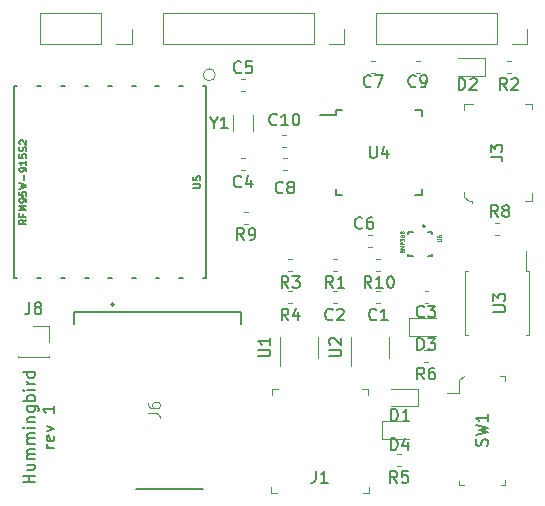
<source format=gbr>
%TF.GenerationSoftware,KiCad,Pcbnew,(6.0.0-rc1-dev-1248-ged6c68a1e)*%
%TF.CreationDate,2019-07-02T22:08:16-04:00*%
%TF.ProjectId,hummingbird,68756d6d-696e-4676-9269-72642e6b6963,rev?*%
%TF.SameCoordinates,Original*%
%TF.FileFunction,Legend,Top*%
%TF.FilePolarity,Positive*%
%FSLAX46Y46*%
G04 Gerber Fmt 4.6, Leading zero omitted, Abs format (unit mm)*
G04 Created by KiCad (PCBNEW (6.0.0-rc1-dev-1248-ged6c68a1e)) date 07/02/19 22:08:16*
%MOMM*%
%LPD*%
G01*
G04 APERTURE LIST*
%ADD10C,0.150000*%
%ADD11C,0.127000*%
%ADD12C,0.200000*%
%ADD13C,0.100000*%
%ADD14C,0.203200*%
%ADD15C,0.120000*%
%ADD16C,0.050000*%
G04 APERTURE END LIST*
D10*
X130377380Y-176916666D02*
X129377380Y-176916666D01*
X129853571Y-176916666D02*
X129853571Y-176345238D01*
X130377380Y-176345238D02*
X129377380Y-176345238D01*
X129710714Y-175440476D02*
X130377380Y-175440476D01*
X129710714Y-175869047D02*
X130234523Y-175869047D01*
X130329761Y-175821428D01*
X130377380Y-175726190D01*
X130377380Y-175583333D01*
X130329761Y-175488095D01*
X130282142Y-175440476D01*
X130377380Y-174964285D02*
X129710714Y-174964285D01*
X129805952Y-174964285D02*
X129758333Y-174916666D01*
X129710714Y-174821428D01*
X129710714Y-174678571D01*
X129758333Y-174583333D01*
X129853571Y-174535714D01*
X130377380Y-174535714D01*
X129853571Y-174535714D02*
X129758333Y-174488095D01*
X129710714Y-174392857D01*
X129710714Y-174250000D01*
X129758333Y-174154761D01*
X129853571Y-174107142D01*
X130377380Y-174107142D01*
X130377380Y-173630952D02*
X129710714Y-173630952D01*
X129805952Y-173630952D02*
X129758333Y-173583333D01*
X129710714Y-173488095D01*
X129710714Y-173345238D01*
X129758333Y-173250000D01*
X129853571Y-173202380D01*
X130377380Y-173202380D01*
X129853571Y-173202380D02*
X129758333Y-173154761D01*
X129710714Y-173059523D01*
X129710714Y-172916666D01*
X129758333Y-172821428D01*
X129853571Y-172773809D01*
X130377380Y-172773809D01*
X130377380Y-172297619D02*
X129710714Y-172297619D01*
X129377380Y-172297619D02*
X129425000Y-172345238D01*
X129472619Y-172297619D01*
X129425000Y-172250000D01*
X129377380Y-172297619D01*
X129472619Y-172297619D01*
X129710714Y-171821428D02*
X130377380Y-171821428D01*
X129805952Y-171821428D02*
X129758333Y-171773809D01*
X129710714Y-171678571D01*
X129710714Y-171535714D01*
X129758333Y-171440476D01*
X129853571Y-171392857D01*
X130377380Y-171392857D01*
X129710714Y-170488095D02*
X130520238Y-170488095D01*
X130615476Y-170535714D01*
X130663095Y-170583333D01*
X130710714Y-170678571D01*
X130710714Y-170821428D01*
X130663095Y-170916666D01*
X130329761Y-170488095D02*
X130377380Y-170583333D01*
X130377380Y-170773809D01*
X130329761Y-170869047D01*
X130282142Y-170916666D01*
X130186904Y-170964285D01*
X129901190Y-170964285D01*
X129805952Y-170916666D01*
X129758333Y-170869047D01*
X129710714Y-170773809D01*
X129710714Y-170583333D01*
X129758333Y-170488095D01*
X130377380Y-170011904D02*
X129377380Y-170011904D01*
X129758333Y-170011904D02*
X129710714Y-169916666D01*
X129710714Y-169726190D01*
X129758333Y-169630952D01*
X129805952Y-169583333D01*
X129901190Y-169535714D01*
X130186904Y-169535714D01*
X130282142Y-169583333D01*
X130329761Y-169630952D01*
X130377380Y-169726190D01*
X130377380Y-169916666D01*
X130329761Y-170011904D01*
X130377380Y-169107142D02*
X129710714Y-169107142D01*
X129377380Y-169107142D02*
X129425000Y-169154761D01*
X129472619Y-169107142D01*
X129425000Y-169059523D01*
X129377380Y-169107142D01*
X129472619Y-169107142D01*
X130377380Y-168630952D02*
X129710714Y-168630952D01*
X129901190Y-168630952D02*
X129805952Y-168583333D01*
X129758333Y-168535714D01*
X129710714Y-168440476D01*
X129710714Y-168345238D01*
X130377380Y-167583333D02*
X129377380Y-167583333D01*
X130329761Y-167583333D02*
X130377380Y-167678571D01*
X130377380Y-167869047D01*
X130329761Y-167964285D01*
X130282142Y-168011904D01*
X130186904Y-168059523D01*
X129901190Y-168059523D01*
X129805952Y-168011904D01*
X129758333Y-167964285D01*
X129710714Y-167869047D01*
X129710714Y-167678571D01*
X129758333Y-167583333D01*
X132027380Y-173988095D02*
X131360714Y-173988095D01*
X131551190Y-173988095D02*
X131455952Y-173940476D01*
X131408333Y-173892857D01*
X131360714Y-173797619D01*
X131360714Y-173702380D01*
X131979761Y-172988095D02*
X132027380Y-173083333D01*
X132027380Y-173273809D01*
X131979761Y-173369047D01*
X131884523Y-173416666D01*
X131503571Y-173416666D01*
X131408333Y-173369047D01*
X131360714Y-173273809D01*
X131360714Y-173083333D01*
X131408333Y-172988095D01*
X131503571Y-172940476D01*
X131598809Y-172940476D01*
X131694047Y-173416666D01*
X131360714Y-172607142D02*
X132027380Y-172369047D01*
X131360714Y-172130952D01*
X132027380Y-170464285D02*
X132027380Y-171035714D01*
X132027380Y-170750000D02*
X131027380Y-170750000D01*
X131170238Y-170845238D01*
X131265476Y-170940476D01*
X131313095Y-171035714D01*
D11*
X133680000Y-163470000D02*
X133680000Y-162525000D01*
X133680000Y-162525000D02*
X147820000Y-162525000D01*
X147820000Y-162525000D02*
X147820000Y-163470000D01*
X138950000Y-177475000D02*
X144650000Y-177475000D01*
D12*
X137040000Y-161860000D02*
G75*
G03X137040000Y-161860000I-100000J0D01*
G01*
D13*
X145647620Y-142411880D02*
G75*
G03X145647620Y-142411880I-508000J0D01*
G01*
D14*
X142922200Y-159625460D02*
X142592000Y-159625460D01*
X140923220Y-159625460D02*
X140593020Y-159625460D01*
X138921700Y-159625460D02*
X138591500Y-159625460D01*
X136922720Y-159625460D02*
X136595060Y-159625460D01*
X134926280Y-159625460D02*
X134596080Y-159625460D01*
X132924760Y-159625460D02*
X132594560Y-159625460D01*
X130925780Y-159625460D02*
X130595580Y-159625460D01*
X130577800Y-143374540D02*
X130908000Y-143374540D01*
X132576780Y-143374540D02*
X132906980Y-143374540D01*
X134578300Y-143374540D02*
X134908500Y-143374540D01*
X136577280Y-143374540D02*
X136904940Y-143374540D01*
X138573720Y-143374540D02*
X138903920Y-143374540D01*
X140575240Y-143374540D02*
X140905440Y-143374540D01*
X144608760Y-143374540D02*
X144875460Y-143374540D01*
X144875460Y-159625460D02*
X144608760Y-159625460D01*
X142574220Y-143374540D02*
X142904420Y-143374540D01*
X128891240Y-159625460D02*
X128624540Y-159625460D01*
X128624540Y-143374540D02*
X128891240Y-143374540D01*
X128624540Y-159625460D02*
X128624540Y-143374540D01*
X144875460Y-143374540D02*
X144875460Y-159625460D01*
D15*
X159299721Y-161760000D02*
X159625279Y-161760000D01*
X159299721Y-160740000D02*
X159625279Y-160740000D01*
X155624721Y-160740000D02*
X155950279Y-160740000D01*
X155624721Y-161760000D02*
X155950279Y-161760000D01*
X163700279Y-160740000D02*
X163374721Y-160740000D01*
X163700279Y-161760000D02*
X163374721Y-161760000D01*
X147837221Y-149490000D02*
X148162779Y-149490000D01*
X147837221Y-150510000D02*
X148162779Y-150510000D01*
X147837221Y-143760000D02*
X148162779Y-143760000D01*
X147837221Y-142740000D02*
X148162779Y-142740000D01*
X158912779Y-157010000D02*
X158587221Y-157010000D01*
X158912779Y-155990000D02*
X158587221Y-155990000D01*
X158837221Y-142260000D02*
X159162779Y-142260000D01*
X158837221Y-141240000D02*
X159162779Y-141240000D01*
X151374721Y-149490000D02*
X151700279Y-149490000D01*
X151374721Y-150510000D02*
X151700279Y-150510000D01*
X162950279Y-141240000D02*
X162624721Y-141240000D01*
X162950279Y-142260000D02*
X162624721Y-142260000D01*
X151662779Y-148510000D02*
X151337221Y-148510000D01*
X151662779Y-147490000D02*
X151337221Y-147490000D01*
X160487500Y-170485000D02*
X162772500Y-170485000D01*
X162772500Y-170485000D02*
X162772500Y-169015000D01*
X162772500Y-169015000D02*
X160487500Y-169015000D01*
X166200000Y-142485000D02*
X168485000Y-142485000D01*
X168485000Y-142485000D02*
X168485000Y-141015000D01*
X168485000Y-141015000D02*
X166200000Y-141015000D01*
X162015000Y-164485000D02*
X164300000Y-164485000D01*
X162015000Y-163015000D02*
X162015000Y-164485000D01*
X164300000Y-163015000D02*
X162015000Y-163015000D01*
X162050000Y-171765000D02*
X159765000Y-171765000D01*
X159765000Y-171765000D02*
X159765000Y-173235000D01*
X159765000Y-173235000D02*
X162050000Y-173235000D01*
D13*
X158550000Y-169050000D02*
X158550000Y-169550000D01*
X158550000Y-169050000D02*
X158050000Y-169050000D01*
X150450000Y-169050000D02*
X150450000Y-169550000D01*
X150450000Y-169050000D02*
X150950000Y-169050000D01*
X150350000Y-177850000D02*
X150350000Y-177350000D01*
X150350000Y-177850000D02*
X150850000Y-177850000D01*
X158650000Y-177850000D02*
X158150000Y-177850000D01*
X158650000Y-177850000D02*
X158650000Y-177350000D01*
D15*
X135980000Y-137170000D02*
X135980000Y-139830000D01*
X135980000Y-137170000D02*
X130840000Y-137170000D01*
X130840000Y-137170000D02*
X130840000Y-139830000D01*
X135980000Y-139830000D02*
X130840000Y-139830000D01*
X138580000Y-139830000D02*
X137250000Y-139830000D01*
X138580000Y-138500000D02*
X138580000Y-139830000D01*
D13*
X171900000Y-153100000D02*
X172450000Y-153100000D01*
X172450000Y-153100000D02*
X172450000Y-152450000D01*
X171850000Y-144900000D02*
X172450000Y-144900000D01*
X172450000Y-144900000D02*
X172450000Y-145300000D01*
X166750000Y-145400000D02*
X166750000Y-144900000D01*
X166750000Y-144900000D02*
X167450000Y-144900000D01*
X166750000Y-152350000D02*
X166750000Y-152800000D01*
X166750000Y-152800000D02*
X167100000Y-153100000D01*
X167100000Y-153100000D02*
X167400000Y-153100000D01*
X167400000Y-153100000D02*
X167400000Y-153250000D01*
D15*
X153980000Y-137170000D02*
X153980000Y-139830000D01*
X153980000Y-137170000D02*
X141220000Y-137170000D01*
X141220000Y-137170000D02*
X141220000Y-139830000D01*
X153980000Y-139830000D02*
X141220000Y-139830000D01*
X156580000Y-139830000D02*
X155250000Y-139830000D01*
X156580000Y-138500000D02*
X156580000Y-139830000D01*
X169480000Y-137170000D02*
X169480000Y-139830000D01*
X169480000Y-137170000D02*
X159260000Y-137170000D01*
X159260000Y-137170000D02*
X159260000Y-139830000D01*
X169480000Y-139830000D02*
X159260000Y-139830000D01*
X172080000Y-139830000D02*
X170750000Y-139830000D01*
X172080000Y-138500000D02*
X172080000Y-139830000D01*
X128920000Y-166330000D02*
X131580000Y-166330000D01*
X128920000Y-166210000D02*
X128920000Y-166330000D01*
X131580000Y-166210000D02*
X131580000Y-166330000D01*
X131580000Y-163670000D02*
X131580000Y-165000000D01*
X130250000Y-163670000D02*
X131580000Y-163670000D01*
X155624721Y-157990000D02*
X155950279Y-157990000D01*
X155624721Y-159010000D02*
X155950279Y-159010000D01*
X170337221Y-142260000D02*
X170662779Y-142260000D01*
X170337221Y-141240000D02*
X170662779Y-141240000D01*
X151837221Y-159035001D02*
X152162779Y-159035001D01*
X151837221Y-158015001D02*
X152162779Y-158015001D01*
X151799721Y-161760000D02*
X152125279Y-161760000D01*
X151799721Y-160740000D02*
X152125279Y-160740000D01*
X161049721Y-174490000D02*
X161375279Y-174490000D01*
X161049721Y-175510000D02*
X161375279Y-175510000D01*
X163337221Y-165740000D02*
X163662779Y-165740000D01*
X163337221Y-166760000D02*
X163662779Y-166760000D01*
X169700279Y-156010000D02*
X169374721Y-156010000D01*
X169700279Y-154990000D02*
X169374721Y-154990000D01*
X148412779Y-155010000D02*
X148087221Y-155010000D01*
X148412779Y-153990000D02*
X148087221Y-153990000D01*
X159625279Y-157990000D02*
X159299721Y-157990000D01*
X159625279Y-159010000D02*
X159299721Y-159010000D01*
D13*
X170175000Y-177125000D02*
X169800000Y-177125000D01*
X170175000Y-176725000D02*
X170175000Y-177125000D01*
X166325000Y-177125000D02*
X166325000Y-176775000D01*
X166700000Y-177125000D02*
X166325000Y-177125000D01*
X170175000Y-167875000D02*
X169775000Y-167875000D01*
X170175000Y-168350000D02*
X170175000Y-167875000D01*
X166325000Y-169325000D02*
X165275000Y-169325000D01*
X166325000Y-168225000D02*
X166325000Y-169325000D01*
X166700000Y-167875000D02*
X166325000Y-168225000D01*
D15*
X151140000Y-164600000D02*
X151140000Y-167050000D01*
X154360000Y-166400000D02*
X154360000Y-164600000D01*
X160360000Y-166400000D02*
X160360000Y-164600000D01*
X157140000Y-164600000D02*
X157140000Y-167050000D01*
X166775000Y-161750000D02*
X166775000Y-164475000D01*
X166775000Y-164475000D02*
X167035000Y-164475000D01*
X166775000Y-161750000D02*
X166775000Y-159025000D01*
X166775000Y-159025000D02*
X167035000Y-159025000D01*
X172225000Y-161750000D02*
X172225000Y-164475000D01*
X172225000Y-164475000D02*
X171965000Y-164475000D01*
X172225000Y-161750000D02*
X172225000Y-159025000D01*
X172225000Y-159025000D02*
X171965000Y-159025000D01*
X171965000Y-159025000D02*
X171965000Y-157350000D01*
D10*
X155875000Y-145375000D02*
X155875000Y-145800000D01*
X163125000Y-145375000D02*
X163125000Y-145900000D01*
X163125000Y-152625000D02*
X163125000Y-152100000D01*
X155875000Y-152625000D02*
X155875000Y-152100000D01*
X155875000Y-145375000D02*
X156400000Y-145375000D01*
X155875000Y-152625000D02*
X156400000Y-152625000D01*
X163125000Y-152625000D02*
X162600000Y-152625000D01*
X163125000Y-145375000D02*
X162600000Y-145375000D01*
X155875000Y-145800000D02*
X154500000Y-145800000D01*
D11*
X161970000Y-155900000D02*
X161970000Y-155720000D01*
X161970000Y-155720000D02*
X162370000Y-155720000D01*
X163630000Y-155720000D02*
X164030000Y-155720000D01*
X164030000Y-155720000D02*
X164030000Y-155900000D01*
X164030000Y-157600000D02*
X164030000Y-157780000D01*
X164030000Y-157780000D02*
X163630000Y-157780000D01*
X161970000Y-157600000D02*
X161970000Y-157780000D01*
X161970000Y-157780000D02*
X162370000Y-157780000D01*
D12*
X163400000Y-155250000D02*
G75*
G03X163400000Y-155250000I-100000J0D01*
G01*
D15*
X147125000Y-145825000D02*
X147125000Y-147175000D01*
X148875000Y-145825000D02*
X148875000Y-147175000D01*
D16*
X139951493Y-171083873D02*
X140666936Y-171083873D01*
X140810025Y-171131569D01*
X140905417Y-171226961D01*
X140953113Y-171370050D01*
X140953113Y-171465442D01*
X139951493Y-170177645D02*
X139951493Y-170368430D01*
X139999190Y-170463822D01*
X140046886Y-170511519D01*
X140189974Y-170606911D01*
X140380759Y-170654607D01*
X140762329Y-170654607D01*
X140857721Y-170606911D01*
X140905417Y-170559215D01*
X140953113Y-170463822D01*
X140953113Y-170273038D01*
X140905417Y-170177645D01*
X140857721Y-170129949D01*
X140762329Y-170082253D01*
X140523848Y-170082253D01*
X140428455Y-170129949D01*
X140380759Y-170177645D01*
X140333063Y-170273038D01*
X140333063Y-170463822D01*
X140380759Y-170559215D01*
X140428455Y-170606911D01*
X140523848Y-170654607D01*
D11*
X143782171Y-151964457D02*
X144275657Y-151964457D01*
X144333714Y-151935428D01*
X144362742Y-151906400D01*
X144391771Y-151848342D01*
X144391771Y-151732228D01*
X144362742Y-151674171D01*
X144333714Y-151645142D01*
X144275657Y-151616114D01*
X143782171Y-151616114D01*
X143782171Y-151035542D02*
X143782171Y-151325828D01*
X144072457Y-151354857D01*
X144043428Y-151325828D01*
X144014400Y-151267771D01*
X144014400Y-151122628D01*
X144043428Y-151064571D01*
X144072457Y-151035542D01*
X144130514Y-151006514D01*
X144275657Y-151006514D01*
X144333714Y-151035542D01*
X144362742Y-151064571D01*
X144391771Y-151122628D01*
X144391771Y-151267771D01*
X144362742Y-151325828D01*
X144333714Y-151354857D01*
X129659771Y-154678628D02*
X129369485Y-154881828D01*
X129659771Y-155026971D02*
X129050171Y-155026971D01*
X129050171Y-154794742D01*
X129079200Y-154736685D01*
X129108228Y-154707657D01*
X129166285Y-154678628D01*
X129253371Y-154678628D01*
X129311428Y-154707657D01*
X129340457Y-154736685D01*
X129369485Y-154794742D01*
X129369485Y-155026971D01*
X129340457Y-154214171D02*
X129340457Y-154417371D01*
X129659771Y-154417371D02*
X129050171Y-154417371D01*
X129050171Y-154127085D01*
X129659771Y-153894857D02*
X129050171Y-153894857D01*
X129485600Y-153691657D01*
X129050171Y-153488457D01*
X129659771Y-153488457D01*
X129659771Y-153169142D02*
X129659771Y-153053028D01*
X129630742Y-152994971D01*
X129601714Y-152965942D01*
X129514628Y-152907885D01*
X129398514Y-152878857D01*
X129166285Y-152878857D01*
X129108228Y-152907885D01*
X129079200Y-152936914D01*
X129050171Y-152994971D01*
X129050171Y-153111085D01*
X129079200Y-153169142D01*
X129108228Y-153198171D01*
X129166285Y-153227200D01*
X129311428Y-153227200D01*
X129369485Y-153198171D01*
X129398514Y-153169142D01*
X129427542Y-153111085D01*
X129427542Y-152994971D01*
X129398514Y-152936914D01*
X129369485Y-152907885D01*
X129311428Y-152878857D01*
X129050171Y-152327314D02*
X129050171Y-152617600D01*
X129340457Y-152646628D01*
X129311428Y-152617600D01*
X129282400Y-152559542D01*
X129282400Y-152414400D01*
X129311428Y-152356342D01*
X129340457Y-152327314D01*
X129398514Y-152298285D01*
X129543657Y-152298285D01*
X129601714Y-152327314D01*
X129630742Y-152356342D01*
X129659771Y-152414400D01*
X129659771Y-152559542D01*
X129630742Y-152617600D01*
X129601714Y-152646628D01*
X129050171Y-152095085D02*
X129659771Y-151949942D01*
X129224342Y-151833828D01*
X129659771Y-151717714D01*
X129050171Y-151572571D01*
X129427542Y-151340342D02*
X129427542Y-150875885D01*
X129659771Y-150556571D02*
X129659771Y-150440457D01*
X129630742Y-150382400D01*
X129601714Y-150353371D01*
X129514628Y-150295314D01*
X129398514Y-150266285D01*
X129166285Y-150266285D01*
X129108228Y-150295314D01*
X129079200Y-150324342D01*
X129050171Y-150382400D01*
X129050171Y-150498514D01*
X129079200Y-150556571D01*
X129108228Y-150585600D01*
X129166285Y-150614628D01*
X129311428Y-150614628D01*
X129369485Y-150585600D01*
X129398514Y-150556571D01*
X129427542Y-150498514D01*
X129427542Y-150382400D01*
X129398514Y-150324342D01*
X129369485Y-150295314D01*
X129311428Y-150266285D01*
X129659771Y-149685714D02*
X129659771Y-150034057D01*
X129659771Y-149859885D02*
X129050171Y-149859885D01*
X129137257Y-149917942D01*
X129195314Y-149976000D01*
X129224342Y-150034057D01*
X129050171Y-149134171D02*
X129050171Y-149424457D01*
X129340457Y-149453485D01*
X129311428Y-149424457D01*
X129282400Y-149366400D01*
X129282400Y-149221257D01*
X129311428Y-149163200D01*
X129340457Y-149134171D01*
X129398514Y-149105142D01*
X129543657Y-149105142D01*
X129601714Y-149134171D01*
X129630742Y-149163200D01*
X129659771Y-149221257D01*
X129659771Y-149366400D01*
X129630742Y-149424457D01*
X129601714Y-149453485D01*
X129630742Y-148872914D02*
X129659771Y-148785828D01*
X129659771Y-148640685D01*
X129630742Y-148582628D01*
X129601714Y-148553600D01*
X129543657Y-148524571D01*
X129485600Y-148524571D01*
X129427542Y-148553600D01*
X129398514Y-148582628D01*
X129369485Y-148640685D01*
X129340457Y-148756800D01*
X129311428Y-148814857D01*
X129282400Y-148843885D01*
X129224342Y-148872914D01*
X129166285Y-148872914D01*
X129108228Y-148843885D01*
X129079200Y-148814857D01*
X129050171Y-148756800D01*
X129050171Y-148611657D01*
X129079200Y-148524571D01*
X129108228Y-148292342D02*
X129079200Y-148263314D01*
X129050171Y-148205257D01*
X129050171Y-148060114D01*
X129079200Y-148002057D01*
X129108228Y-147973028D01*
X129166285Y-147944000D01*
X129224342Y-147944000D01*
X129311428Y-147973028D01*
X129659771Y-148321371D01*
X129659771Y-147944000D01*
D10*
X159295833Y-163107142D02*
X159248214Y-163154761D01*
X159105357Y-163202380D01*
X159010119Y-163202380D01*
X158867261Y-163154761D01*
X158772023Y-163059523D01*
X158724404Y-162964285D01*
X158676785Y-162773809D01*
X158676785Y-162630952D01*
X158724404Y-162440476D01*
X158772023Y-162345238D01*
X158867261Y-162250000D01*
X159010119Y-162202380D01*
X159105357Y-162202380D01*
X159248214Y-162250000D01*
X159295833Y-162297619D01*
X160248214Y-163202380D02*
X159676785Y-163202380D01*
X159962500Y-163202380D02*
X159962500Y-162202380D01*
X159867261Y-162345238D01*
X159772023Y-162440476D01*
X159676785Y-162488095D01*
X155583333Y-163107142D02*
X155535714Y-163154761D01*
X155392857Y-163202380D01*
X155297619Y-163202380D01*
X155154761Y-163154761D01*
X155059523Y-163059523D01*
X155011904Y-162964285D01*
X154964285Y-162773809D01*
X154964285Y-162630952D01*
X155011904Y-162440476D01*
X155059523Y-162345238D01*
X155154761Y-162250000D01*
X155297619Y-162202380D01*
X155392857Y-162202380D01*
X155535714Y-162250000D01*
X155583333Y-162297619D01*
X155964285Y-162297619D02*
X156011904Y-162250000D01*
X156107142Y-162202380D01*
X156345238Y-162202380D01*
X156440476Y-162250000D01*
X156488095Y-162297619D01*
X156535714Y-162392857D01*
X156535714Y-162488095D01*
X156488095Y-162630952D01*
X155916666Y-163202380D01*
X156535714Y-163202380D01*
X163333333Y-162857142D02*
X163285714Y-162904761D01*
X163142857Y-162952380D01*
X163047619Y-162952380D01*
X162904761Y-162904761D01*
X162809523Y-162809523D01*
X162761904Y-162714285D01*
X162714285Y-162523809D01*
X162714285Y-162380952D01*
X162761904Y-162190476D01*
X162809523Y-162095238D01*
X162904761Y-162000000D01*
X163047619Y-161952380D01*
X163142857Y-161952380D01*
X163285714Y-162000000D01*
X163333333Y-162047619D01*
X163666666Y-161952380D02*
X164285714Y-161952380D01*
X163952380Y-162333333D01*
X164095238Y-162333333D01*
X164190476Y-162380952D01*
X164238095Y-162428571D01*
X164285714Y-162523809D01*
X164285714Y-162761904D01*
X164238095Y-162857142D01*
X164190476Y-162904761D01*
X164095238Y-162952380D01*
X163809523Y-162952380D01*
X163714285Y-162904761D01*
X163666666Y-162857142D01*
X147833333Y-151857142D02*
X147785714Y-151904761D01*
X147642857Y-151952380D01*
X147547619Y-151952380D01*
X147404761Y-151904761D01*
X147309523Y-151809523D01*
X147261904Y-151714285D01*
X147214285Y-151523809D01*
X147214285Y-151380952D01*
X147261904Y-151190476D01*
X147309523Y-151095238D01*
X147404761Y-151000000D01*
X147547619Y-150952380D01*
X147642857Y-150952380D01*
X147785714Y-151000000D01*
X147833333Y-151047619D01*
X148690476Y-151285714D02*
X148690476Y-151952380D01*
X148452380Y-150904761D02*
X148214285Y-151619047D01*
X148833333Y-151619047D01*
X147833333Y-142177142D02*
X147785714Y-142224761D01*
X147642857Y-142272380D01*
X147547619Y-142272380D01*
X147404761Y-142224761D01*
X147309523Y-142129523D01*
X147261904Y-142034285D01*
X147214285Y-141843809D01*
X147214285Y-141700952D01*
X147261904Y-141510476D01*
X147309523Y-141415238D01*
X147404761Y-141320000D01*
X147547619Y-141272380D01*
X147642857Y-141272380D01*
X147785714Y-141320000D01*
X147833333Y-141367619D01*
X148738095Y-141272380D02*
X148261904Y-141272380D01*
X148214285Y-141748571D01*
X148261904Y-141700952D01*
X148357142Y-141653333D01*
X148595238Y-141653333D01*
X148690476Y-141700952D01*
X148738095Y-141748571D01*
X148785714Y-141843809D01*
X148785714Y-142081904D01*
X148738095Y-142177142D01*
X148690476Y-142224761D01*
X148595238Y-142272380D01*
X148357142Y-142272380D01*
X148261904Y-142224761D01*
X148214285Y-142177142D01*
X158083333Y-155357142D02*
X158035714Y-155404761D01*
X157892857Y-155452380D01*
X157797619Y-155452380D01*
X157654761Y-155404761D01*
X157559523Y-155309523D01*
X157511904Y-155214285D01*
X157464285Y-155023809D01*
X157464285Y-154880952D01*
X157511904Y-154690476D01*
X157559523Y-154595238D01*
X157654761Y-154500000D01*
X157797619Y-154452380D01*
X157892857Y-154452380D01*
X158035714Y-154500000D01*
X158083333Y-154547619D01*
X158940476Y-154452380D02*
X158750000Y-154452380D01*
X158654761Y-154500000D01*
X158607142Y-154547619D01*
X158511904Y-154690476D01*
X158464285Y-154880952D01*
X158464285Y-155261904D01*
X158511904Y-155357142D01*
X158559523Y-155404761D01*
X158654761Y-155452380D01*
X158845238Y-155452380D01*
X158940476Y-155404761D01*
X158988095Y-155357142D01*
X159035714Y-155261904D01*
X159035714Y-155023809D01*
X158988095Y-154928571D01*
X158940476Y-154880952D01*
X158845238Y-154833333D01*
X158654761Y-154833333D01*
X158559523Y-154880952D01*
X158511904Y-154928571D01*
X158464285Y-155023809D01*
X158833333Y-143357142D02*
X158785714Y-143404761D01*
X158642857Y-143452380D01*
X158547619Y-143452380D01*
X158404761Y-143404761D01*
X158309523Y-143309523D01*
X158261904Y-143214285D01*
X158214285Y-143023809D01*
X158214285Y-142880952D01*
X158261904Y-142690476D01*
X158309523Y-142595238D01*
X158404761Y-142500000D01*
X158547619Y-142452380D01*
X158642857Y-142452380D01*
X158785714Y-142500000D01*
X158833333Y-142547619D01*
X159166666Y-142452380D02*
X159833333Y-142452380D01*
X159404761Y-143452380D01*
X151370833Y-152357142D02*
X151323214Y-152404761D01*
X151180357Y-152452380D01*
X151085119Y-152452380D01*
X150942261Y-152404761D01*
X150847023Y-152309523D01*
X150799404Y-152214285D01*
X150751785Y-152023809D01*
X150751785Y-151880952D01*
X150799404Y-151690476D01*
X150847023Y-151595238D01*
X150942261Y-151500000D01*
X151085119Y-151452380D01*
X151180357Y-151452380D01*
X151323214Y-151500000D01*
X151370833Y-151547619D01*
X151942261Y-151880952D02*
X151847023Y-151833333D01*
X151799404Y-151785714D01*
X151751785Y-151690476D01*
X151751785Y-151642857D01*
X151799404Y-151547619D01*
X151847023Y-151500000D01*
X151942261Y-151452380D01*
X152132738Y-151452380D01*
X152227976Y-151500000D01*
X152275595Y-151547619D01*
X152323214Y-151642857D01*
X152323214Y-151690476D01*
X152275595Y-151785714D01*
X152227976Y-151833333D01*
X152132738Y-151880952D01*
X151942261Y-151880952D01*
X151847023Y-151928571D01*
X151799404Y-151976190D01*
X151751785Y-152071428D01*
X151751785Y-152261904D01*
X151799404Y-152357142D01*
X151847023Y-152404761D01*
X151942261Y-152452380D01*
X152132738Y-152452380D01*
X152227976Y-152404761D01*
X152275595Y-152357142D01*
X152323214Y-152261904D01*
X152323214Y-152071428D01*
X152275595Y-151976190D01*
X152227976Y-151928571D01*
X152132738Y-151880952D01*
X162620833Y-143357142D02*
X162573214Y-143404761D01*
X162430357Y-143452380D01*
X162335119Y-143452380D01*
X162192261Y-143404761D01*
X162097023Y-143309523D01*
X162049404Y-143214285D01*
X162001785Y-143023809D01*
X162001785Y-142880952D01*
X162049404Y-142690476D01*
X162097023Y-142595238D01*
X162192261Y-142500000D01*
X162335119Y-142452380D01*
X162430357Y-142452380D01*
X162573214Y-142500000D01*
X162620833Y-142547619D01*
X163097023Y-143452380D02*
X163287500Y-143452380D01*
X163382738Y-143404761D01*
X163430357Y-143357142D01*
X163525595Y-143214285D01*
X163573214Y-143023809D01*
X163573214Y-142642857D01*
X163525595Y-142547619D01*
X163477976Y-142500000D01*
X163382738Y-142452380D01*
X163192261Y-142452380D01*
X163097023Y-142500000D01*
X163049404Y-142547619D01*
X163001785Y-142642857D01*
X163001785Y-142880952D01*
X163049404Y-142976190D01*
X163097023Y-143023809D01*
X163192261Y-143071428D01*
X163382738Y-143071428D01*
X163477976Y-143023809D01*
X163525595Y-142976190D01*
X163573214Y-142880952D01*
X150857142Y-146607142D02*
X150809523Y-146654761D01*
X150666666Y-146702380D01*
X150571428Y-146702380D01*
X150428571Y-146654761D01*
X150333333Y-146559523D01*
X150285714Y-146464285D01*
X150238095Y-146273809D01*
X150238095Y-146130952D01*
X150285714Y-145940476D01*
X150333333Y-145845238D01*
X150428571Y-145750000D01*
X150571428Y-145702380D01*
X150666666Y-145702380D01*
X150809523Y-145750000D01*
X150857142Y-145797619D01*
X151809523Y-146702380D02*
X151238095Y-146702380D01*
X151523809Y-146702380D02*
X151523809Y-145702380D01*
X151428571Y-145845238D01*
X151333333Y-145940476D01*
X151238095Y-145988095D01*
X152428571Y-145702380D02*
X152523809Y-145702380D01*
X152619047Y-145750000D01*
X152666666Y-145797619D01*
X152714285Y-145892857D01*
X152761904Y-146083333D01*
X152761904Y-146321428D01*
X152714285Y-146511904D01*
X152666666Y-146607142D01*
X152619047Y-146654761D01*
X152523809Y-146702380D01*
X152428571Y-146702380D01*
X152333333Y-146654761D01*
X152285714Y-146607142D01*
X152238095Y-146511904D01*
X152190476Y-146321428D01*
X152190476Y-146083333D01*
X152238095Y-145892857D01*
X152285714Y-145797619D01*
X152333333Y-145750000D01*
X152428571Y-145702380D01*
X160549404Y-171702380D02*
X160549404Y-170702380D01*
X160787500Y-170702380D01*
X160930357Y-170750000D01*
X161025595Y-170845238D01*
X161073214Y-170940476D01*
X161120833Y-171130952D01*
X161120833Y-171273809D01*
X161073214Y-171464285D01*
X161025595Y-171559523D01*
X160930357Y-171654761D01*
X160787500Y-171702380D01*
X160549404Y-171702380D01*
X162073214Y-171702380D02*
X161501785Y-171702380D01*
X161787500Y-171702380D02*
X161787500Y-170702380D01*
X161692261Y-170845238D01*
X161597023Y-170940476D01*
X161501785Y-170988095D01*
X166261904Y-143702380D02*
X166261904Y-142702380D01*
X166500000Y-142702380D01*
X166642857Y-142750000D01*
X166738095Y-142845238D01*
X166785714Y-142940476D01*
X166833333Y-143130952D01*
X166833333Y-143273809D01*
X166785714Y-143464285D01*
X166738095Y-143559523D01*
X166642857Y-143654761D01*
X166500000Y-143702380D01*
X166261904Y-143702380D01*
X167214285Y-142797619D02*
X167261904Y-142750000D01*
X167357142Y-142702380D01*
X167595238Y-142702380D01*
X167690476Y-142750000D01*
X167738095Y-142797619D01*
X167785714Y-142892857D01*
X167785714Y-142988095D01*
X167738095Y-143130952D01*
X167166666Y-143702380D01*
X167785714Y-143702380D01*
X162761904Y-165702380D02*
X162761904Y-164702380D01*
X163000000Y-164702380D01*
X163142857Y-164750000D01*
X163238095Y-164845238D01*
X163285714Y-164940476D01*
X163333333Y-165130952D01*
X163333333Y-165273809D01*
X163285714Y-165464285D01*
X163238095Y-165559523D01*
X163142857Y-165654761D01*
X163000000Y-165702380D01*
X162761904Y-165702380D01*
X163666666Y-164702380D02*
X164285714Y-164702380D01*
X163952380Y-165083333D01*
X164095238Y-165083333D01*
X164190476Y-165130952D01*
X164238095Y-165178571D01*
X164285714Y-165273809D01*
X164285714Y-165511904D01*
X164238095Y-165607142D01*
X164190476Y-165654761D01*
X164095238Y-165702380D01*
X163809523Y-165702380D01*
X163714285Y-165654761D01*
X163666666Y-165607142D01*
X160511904Y-174202380D02*
X160511904Y-173202380D01*
X160750000Y-173202380D01*
X160892857Y-173250000D01*
X160988095Y-173345238D01*
X161035714Y-173440476D01*
X161083333Y-173630952D01*
X161083333Y-173773809D01*
X161035714Y-173964285D01*
X160988095Y-174059523D01*
X160892857Y-174154761D01*
X160750000Y-174202380D01*
X160511904Y-174202380D01*
X161940476Y-173535714D02*
X161940476Y-174202380D01*
X161702380Y-173154761D02*
X161464285Y-173869047D01*
X162083333Y-173869047D01*
X154166666Y-175952380D02*
X154166666Y-176666666D01*
X154119047Y-176809523D01*
X154023809Y-176904761D01*
X153880952Y-176952380D01*
X153785714Y-176952380D01*
X155166666Y-176952380D02*
X154595238Y-176952380D01*
X154880952Y-176952380D02*
X154880952Y-175952380D01*
X154785714Y-176095238D01*
X154690476Y-176190476D01*
X154595238Y-176238095D01*
X168952380Y-149333333D02*
X169666666Y-149333333D01*
X169809523Y-149380952D01*
X169904761Y-149476190D01*
X169952380Y-149619047D01*
X169952380Y-149714285D01*
X168952380Y-148952380D02*
X168952380Y-148333333D01*
X169333333Y-148666666D01*
X169333333Y-148523809D01*
X169380952Y-148428571D01*
X169428571Y-148380952D01*
X169523809Y-148333333D01*
X169761904Y-148333333D01*
X169857142Y-148380952D01*
X169904761Y-148428571D01*
X169952380Y-148523809D01*
X169952380Y-148809523D01*
X169904761Y-148904761D01*
X169857142Y-148952380D01*
X129916666Y-161682380D02*
X129916666Y-162396666D01*
X129869047Y-162539523D01*
X129773809Y-162634761D01*
X129630952Y-162682380D01*
X129535714Y-162682380D01*
X130535714Y-162110952D02*
X130440476Y-162063333D01*
X130392857Y-162015714D01*
X130345238Y-161920476D01*
X130345238Y-161872857D01*
X130392857Y-161777619D01*
X130440476Y-161730000D01*
X130535714Y-161682380D01*
X130726190Y-161682380D01*
X130821428Y-161730000D01*
X130869047Y-161777619D01*
X130916666Y-161872857D01*
X130916666Y-161920476D01*
X130869047Y-162015714D01*
X130821428Y-162063333D01*
X130726190Y-162110952D01*
X130535714Y-162110952D01*
X130440476Y-162158571D01*
X130392857Y-162206190D01*
X130345238Y-162301428D01*
X130345238Y-162491904D01*
X130392857Y-162587142D01*
X130440476Y-162634761D01*
X130535714Y-162682380D01*
X130726190Y-162682380D01*
X130821428Y-162634761D01*
X130869047Y-162587142D01*
X130916666Y-162491904D01*
X130916666Y-162301428D01*
X130869047Y-162206190D01*
X130821428Y-162158571D01*
X130726190Y-162110952D01*
X155620833Y-160452380D02*
X155287500Y-159976190D01*
X155049404Y-160452380D02*
X155049404Y-159452380D01*
X155430357Y-159452380D01*
X155525595Y-159500000D01*
X155573214Y-159547619D01*
X155620833Y-159642857D01*
X155620833Y-159785714D01*
X155573214Y-159880952D01*
X155525595Y-159928571D01*
X155430357Y-159976190D01*
X155049404Y-159976190D01*
X156573214Y-160452380D02*
X156001785Y-160452380D01*
X156287500Y-160452380D02*
X156287500Y-159452380D01*
X156192261Y-159595238D01*
X156097023Y-159690476D01*
X156001785Y-159738095D01*
X170333333Y-143702380D02*
X170000000Y-143226190D01*
X169761904Y-143702380D02*
X169761904Y-142702380D01*
X170142857Y-142702380D01*
X170238095Y-142750000D01*
X170285714Y-142797619D01*
X170333333Y-142892857D01*
X170333333Y-143035714D01*
X170285714Y-143130952D01*
X170238095Y-143178571D01*
X170142857Y-143226190D01*
X169761904Y-143226190D01*
X170714285Y-142797619D02*
X170761904Y-142750000D01*
X170857142Y-142702380D01*
X171095238Y-142702380D01*
X171190476Y-142750000D01*
X171238095Y-142797619D01*
X171285714Y-142892857D01*
X171285714Y-142988095D01*
X171238095Y-143130952D01*
X170666666Y-143702380D01*
X171285714Y-143702380D01*
X151833333Y-160452380D02*
X151500000Y-159976190D01*
X151261904Y-160452380D02*
X151261904Y-159452380D01*
X151642857Y-159452380D01*
X151738095Y-159500000D01*
X151785714Y-159547619D01*
X151833333Y-159642857D01*
X151833333Y-159785714D01*
X151785714Y-159880952D01*
X151738095Y-159928571D01*
X151642857Y-159976190D01*
X151261904Y-159976190D01*
X152166666Y-159452380D02*
X152785714Y-159452380D01*
X152452380Y-159833333D01*
X152595238Y-159833333D01*
X152690476Y-159880952D01*
X152738095Y-159928571D01*
X152785714Y-160023809D01*
X152785714Y-160261904D01*
X152738095Y-160357142D01*
X152690476Y-160404761D01*
X152595238Y-160452380D01*
X152309523Y-160452380D01*
X152214285Y-160404761D01*
X152166666Y-160357142D01*
X151833333Y-163202380D02*
X151500000Y-162726190D01*
X151261904Y-163202380D02*
X151261904Y-162202380D01*
X151642857Y-162202380D01*
X151738095Y-162250000D01*
X151785714Y-162297619D01*
X151833333Y-162392857D01*
X151833333Y-162535714D01*
X151785714Y-162630952D01*
X151738095Y-162678571D01*
X151642857Y-162726190D01*
X151261904Y-162726190D01*
X152690476Y-162535714D02*
X152690476Y-163202380D01*
X152452380Y-162154761D02*
X152214285Y-162869047D01*
X152833333Y-162869047D01*
X161045833Y-176952380D02*
X160712500Y-176476190D01*
X160474404Y-176952380D02*
X160474404Y-175952380D01*
X160855357Y-175952380D01*
X160950595Y-176000000D01*
X160998214Y-176047619D01*
X161045833Y-176142857D01*
X161045833Y-176285714D01*
X160998214Y-176380952D01*
X160950595Y-176428571D01*
X160855357Y-176476190D01*
X160474404Y-176476190D01*
X161950595Y-175952380D02*
X161474404Y-175952380D01*
X161426785Y-176428571D01*
X161474404Y-176380952D01*
X161569642Y-176333333D01*
X161807738Y-176333333D01*
X161902976Y-176380952D01*
X161950595Y-176428571D01*
X161998214Y-176523809D01*
X161998214Y-176761904D01*
X161950595Y-176857142D01*
X161902976Y-176904761D01*
X161807738Y-176952380D01*
X161569642Y-176952380D01*
X161474404Y-176904761D01*
X161426785Y-176857142D01*
X163333333Y-168202380D02*
X163000000Y-167726190D01*
X162761904Y-168202380D02*
X162761904Y-167202380D01*
X163142857Y-167202380D01*
X163238095Y-167250000D01*
X163285714Y-167297619D01*
X163333333Y-167392857D01*
X163333333Y-167535714D01*
X163285714Y-167630952D01*
X163238095Y-167678571D01*
X163142857Y-167726190D01*
X162761904Y-167726190D01*
X164190476Y-167202380D02*
X164000000Y-167202380D01*
X163904761Y-167250000D01*
X163857142Y-167297619D01*
X163761904Y-167440476D01*
X163714285Y-167630952D01*
X163714285Y-168011904D01*
X163761904Y-168107142D01*
X163809523Y-168154761D01*
X163904761Y-168202380D01*
X164095238Y-168202380D01*
X164190476Y-168154761D01*
X164238095Y-168107142D01*
X164285714Y-168011904D01*
X164285714Y-167773809D01*
X164238095Y-167678571D01*
X164190476Y-167630952D01*
X164095238Y-167583333D01*
X163904761Y-167583333D01*
X163809523Y-167630952D01*
X163761904Y-167678571D01*
X163714285Y-167773809D01*
X169583333Y-154452380D02*
X169250000Y-153976190D01*
X169011904Y-154452380D02*
X169011904Y-153452380D01*
X169392857Y-153452380D01*
X169488095Y-153500000D01*
X169535714Y-153547619D01*
X169583333Y-153642857D01*
X169583333Y-153785714D01*
X169535714Y-153880952D01*
X169488095Y-153928571D01*
X169392857Y-153976190D01*
X169011904Y-153976190D01*
X170154761Y-153880952D02*
X170059523Y-153833333D01*
X170011904Y-153785714D01*
X169964285Y-153690476D01*
X169964285Y-153642857D01*
X170011904Y-153547619D01*
X170059523Y-153500000D01*
X170154761Y-153452380D01*
X170345238Y-153452380D01*
X170440476Y-153500000D01*
X170488095Y-153547619D01*
X170535714Y-153642857D01*
X170535714Y-153690476D01*
X170488095Y-153785714D01*
X170440476Y-153833333D01*
X170345238Y-153880952D01*
X170154761Y-153880952D01*
X170059523Y-153928571D01*
X170011904Y-153976190D01*
X169964285Y-154071428D01*
X169964285Y-154261904D01*
X170011904Y-154357142D01*
X170059523Y-154404761D01*
X170154761Y-154452380D01*
X170345238Y-154452380D01*
X170440476Y-154404761D01*
X170488095Y-154357142D01*
X170535714Y-154261904D01*
X170535714Y-154071428D01*
X170488095Y-153976190D01*
X170440476Y-153928571D01*
X170345238Y-153880952D01*
X148083333Y-156382380D02*
X147750000Y-155906190D01*
X147511904Y-156382380D02*
X147511904Y-155382380D01*
X147892857Y-155382380D01*
X147988095Y-155430000D01*
X148035714Y-155477619D01*
X148083333Y-155572857D01*
X148083333Y-155715714D01*
X148035714Y-155810952D01*
X147988095Y-155858571D01*
X147892857Y-155906190D01*
X147511904Y-155906190D01*
X148559523Y-156382380D02*
X148750000Y-156382380D01*
X148845238Y-156334761D01*
X148892857Y-156287142D01*
X148988095Y-156144285D01*
X149035714Y-155953809D01*
X149035714Y-155572857D01*
X148988095Y-155477619D01*
X148940476Y-155430000D01*
X148845238Y-155382380D01*
X148654761Y-155382380D01*
X148559523Y-155430000D01*
X148511904Y-155477619D01*
X148464285Y-155572857D01*
X148464285Y-155810952D01*
X148511904Y-155906190D01*
X148559523Y-155953809D01*
X148654761Y-156001428D01*
X148845238Y-156001428D01*
X148940476Y-155953809D01*
X148988095Y-155906190D01*
X149035714Y-155810952D01*
X158857142Y-160452380D02*
X158523809Y-159976190D01*
X158285714Y-160452380D02*
X158285714Y-159452380D01*
X158666666Y-159452380D01*
X158761904Y-159500000D01*
X158809523Y-159547619D01*
X158857142Y-159642857D01*
X158857142Y-159785714D01*
X158809523Y-159880952D01*
X158761904Y-159928571D01*
X158666666Y-159976190D01*
X158285714Y-159976190D01*
X159809523Y-160452380D02*
X159238095Y-160452380D01*
X159523809Y-160452380D02*
X159523809Y-159452380D01*
X159428571Y-159595238D01*
X159333333Y-159690476D01*
X159238095Y-159738095D01*
X160428571Y-159452380D02*
X160523809Y-159452380D01*
X160619047Y-159500000D01*
X160666666Y-159547619D01*
X160714285Y-159642857D01*
X160761904Y-159833333D01*
X160761904Y-160071428D01*
X160714285Y-160261904D01*
X160666666Y-160357142D01*
X160619047Y-160404761D01*
X160523809Y-160452380D01*
X160428571Y-160452380D01*
X160333333Y-160404761D01*
X160285714Y-160357142D01*
X160238095Y-160261904D01*
X160190476Y-160071428D01*
X160190476Y-159833333D01*
X160238095Y-159642857D01*
X160285714Y-159547619D01*
X160333333Y-159500000D01*
X160428571Y-159452380D01*
X168654761Y-173833333D02*
X168702380Y-173690476D01*
X168702380Y-173452380D01*
X168654761Y-173357142D01*
X168607142Y-173309523D01*
X168511904Y-173261904D01*
X168416666Y-173261904D01*
X168321428Y-173309523D01*
X168273809Y-173357142D01*
X168226190Y-173452380D01*
X168178571Y-173642857D01*
X168130952Y-173738095D01*
X168083333Y-173785714D01*
X167988095Y-173833333D01*
X167892857Y-173833333D01*
X167797619Y-173785714D01*
X167750000Y-173738095D01*
X167702380Y-173642857D01*
X167702380Y-173404761D01*
X167750000Y-173261904D01*
X167702380Y-172928571D02*
X168702380Y-172690476D01*
X167988095Y-172500000D01*
X168702380Y-172309523D01*
X167702380Y-172071428D01*
X168702380Y-171166666D02*
X168702380Y-171738095D01*
X168702380Y-171452380D02*
X167702380Y-171452380D01*
X167845238Y-171547619D01*
X167940476Y-171642857D01*
X167988095Y-171738095D01*
X149302380Y-166261904D02*
X150111904Y-166261904D01*
X150207142Y-166214285D01*
X150254761Y-166166666D01*
X150302380Y-166071428D01*
X150302380Y-165880952D01*
X150254761Y-165785714D01*
X150207142Y-165738095D01*
X150111904Y-165690476D01*
X149302380Y-165690476D01*
X150302380Y-164690476D02*
X150302380Y-165261904D01*
X150302380Y-164976190D02*
X149302380Y-164976190D01*
X149445238Y-165071428D01*
X149540476Y-165166666D01*
X149588095Y-165261904D01*
X155302380Y-166261904D02*
X156111904Y-166261904D01*
X156207142Y-166214285D01*
X156254761Y-166166666D01*
X156302380Y-166071428D01*
X156302380Y-165880952D01*
X156254761Y-165785714D01*
X156207142Y-165738095D01*
X156111904Y-165690476D01*
X155302380Y-165690476D01*
X155397619Y-165261904D02*
X155350000Y-165214285D01*
X155302380Y-165119047D01*
X155302380Y-164880952D01*
X155350000Y-164785714D01*
X155397619Y-164738095D01*
X155492857Y-164690476D01*
X155588095Y-164690476D01*
X155730952Y-164738095D01*
X156302380Y-165309523D01*
X156302380Y-164690476D01*
X169202380Y-162511904D02*
X170011904Y-162511904D01*
X170107142Y-162464285D01*
X170154761Y-162416666D01*
X170202380Y-162321428D01*
X170202380Y-162130952D01*
X170154761Y-162035714D01*
X170107142Y-161988095D01*
X170011904Y-161940476D01*
X169202380Y-161940476D01*
X169202380Y-161559523D02*
X169202380Y-160940476D01*
X169583333Y-161273809D01*
X169583333Y-161130952D01*
X169630952Y-161035714D01*
X169678571Y-160988095D01*
X169773809Y-160940476D01*
X170011904Y-160940476D01*
X170107142Y-160988095D01*
X170154761Y-161035714D01*
X170202380Y-161130952D01*
X170202380Y-161416666D01*
X170154761Y-161511904D01*
X170107142Y-161559523D01*
X158738095Y-148452380D02*
X158738095Y-149261904D01*
X158785714Y-149357142D01*
X158833333Y-149404761D01*
X158928571Y-149452380D01*
X159119047Y-149452380D01*
X159214285Y-149404761D01*
X159261904Y-149357142D01*
X159309523Y-149261904D01*
X159309523Y-148452380D01*
X160214285Y-148785714D02*
X160214285Y-149452380D01*
X159976190Y-148404761D02*
X159738095Y-149119047D01*
X160357142Y-149119047D01*
D16*
X164429904Y-156506282D02*
X164689303Y-156506282D01*
X164719820Y-156491023D01*
X164735079Y-156475764D01*
X164750338Y-156445247D01*
X164750338Y-156384212D01*
X164735079Y-156353694D01*
X164719820Y-156338435D01*
X164689303Y-156323177D01*
X164429904Y-156323177D01*
X164429904Y-156033260D02*
X164429904Y-156094295D01*
X164445163Y-156124813D01*
X164460421Y-156140071D01*
X164506198Y-156170589D01*
X164567233Y-156185848D01*
X164689303Y-156185848D01*
X164719820Y-156170589D01*
X164735079Y-156155330D01*
X164750338Y-156124813D01*
X164750338Y-156063778D01*
X164735079Y-156033260D01*
X164719820Y-156018001D01*
X164689303Y-156002743D01*
X164613009Y-156002743D01*
X164582491Y-156018001D01*
X164567233Y-156033260D01*
X164551974Y-156063778D01*
X164551974Y-156124813D01*
X164567233Y-156155330D01*
X164582491Y-156170589D01*
X164613009Y-156185848D01*
X161478028Y-157344043D02*
X161493289Y-157298259D01*
X161508550Y-157282998D01*
X161539073Y-157267737D01*
X161584857Y-157267737D01*
X161615379Y-157282998D01*
X161630640Y-157298259D01*
X161645902Y-157328782D01*
X161645902Y-157450872D01*
X161325415Y-157450872D01*
X161325415Y-157344043D01*
X161340676Y-157313521D01*
X161355937Y-157298259D01*
X161386460Y-157282998D01*
X161416982Y-157282998D01*
X161447505Y-157298259D01*
X161462766Y-157313521D01*
X161478028Y-157344043D01*
X161478028Y-157450872D01*
X161645902Y-157130385D02*
X161325415Y-157130385D01*
X161554334Y-157023556D01*
X161325415Y-156916727D01*
X161645902Y-156916727D01*
X161645902Y-156764114D02*
X161325415Y-156764114D01*
X161325415Y-156642024D01*
X161340676Y-156611501D01*
X161355937Y-156596240D01*
X161386460Y-156580979D01*
X161432244Y-156580979D01*
X161462766Y-156596240D01*
X161478028Y-156611501D01*
X161493289Y-156642024D01*
X161493289Y-156764114D01*
X161325415Y-156474150D02*
X161325415Y-156275753D01*
X161447505Y-156382582D01*
X161447505Y-156336798D01*
X161462766Y-156306276D01*
X161478028Y-156291014D01*
X161508550Y-156275753D01*
X161584857Y-156275753D01*
X161615379Y-156291014D01*
X161630640Y-156306276D01*
X161645902Y-156336798D01*
X161645902Y-156428366D01*
X161630640Y-156458889D01*
X161615379Y-156474150D01*
X161462766Y-156092618D02*
X161447505Y-156123140D01*
X161432244Y-156138402D01*
X161401721Y-156153663D01*
X161386460Y-156153663D01*
X161355937Y-156138402D01*
X161340676Y-156123140D01*
X161325415Y-156092618D01*
X161325415Y-156031573D01*
X161340676Y-156001050D01*
X161355937Y-155985789D01*
X161386460Y-155970527D01*
X161401721Y-155970527D01*
X161432244Y-155985789D01*
X161447505Y-156001050D01*
X161462766Y-156031573D01*
X161462766Y-156092618D01*
X161478028Y-156123140D01*
X161493289Y-156138402D01*
X161523811Y-156153663D01*
X161584857Y-156153663D01*
X161615379Y-156138402D01*
X161630640Y-156123140D01*
X161645902Y-156092618D01*
X161645902Y-156031573D01*
X161630640Y-156001050D01*
X161615379Y-155985789D01*
X161584857Y-155970527D01*
X161523811Y-155970527D01*
X161493289Y-155985789D01*
X161478028Y-156001050D01*
X161462766Y-156031573D01*
X161462766Y-155787392D02*
X161447505Y-155817915D01*
X161432244Y-155833176D01*
X161401721Y-155848437D01*
X161386460Y-155848437D01*
X161355937Y-155833176D01*
X161340676Y-155817915D01*
X161325415Y-155787392D01*
X161325415Y-155726347D01*
X161340676Y-155695824D01*
X161355937Y-155680563D01*
X161386460Y-155665302D01*
X161401721Y-155665302D01*
X161432244Y-155680563D01*
X161447505Y-155695824D01*
X161462766Y-155726347D01*
X161462766Y-155787392D01*
X161478028Y-155817915D01*
X161493289Y-155833176D01*
X161523811Y-155848437D01*
X161584857Y-155848437D01*
X161615379Y-155833176D01*
X161630640Y-155817915D01*
X161645902Y-155787392D01*
X161645902Y-155726347D01*
X161630640Y-155695824D01*
X161615379Y-155680563D01*
X161584857Y-155665302D01*
X161523811Y-155665302D01*
X161493289Y-155680563D01*
X161478028Y-155695824D01*
X161462766Y-155726347D01*
D10*
X145523809Y-146476190D02*
X145523809Y-146952380D01*
X145190476Y-145952380D02*
X145523809Y-146476190D01*
X145857142Y-145952380D01*
X146714285Y-146952380D02*
X146142857Y-146952380D01*
X146428571Y-146952380D02*
X146428571Y-145952380D01*
X146333333Y-146095238D01*
X146238095Y-146190476D01*
X146142857Y-146238095D01*
M02*

</source>
